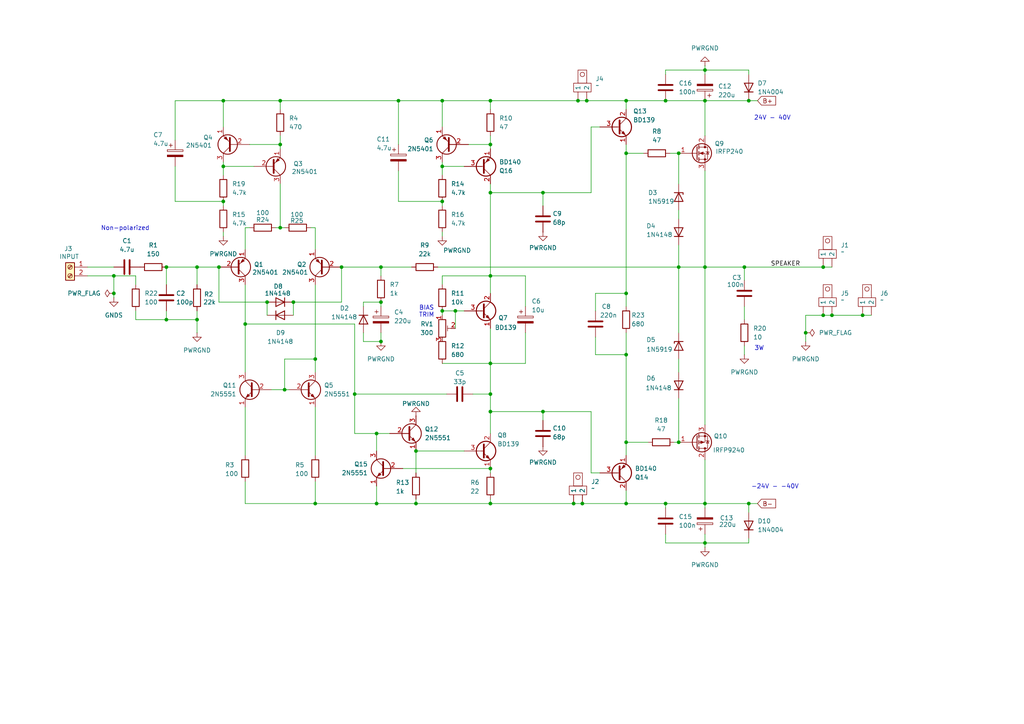
<source format=kicad_sch>
(kicad_sch (version 20231120) (generator "eeschema") (generator_version "8.0")
  (paper "A4")
  (lib_symbols
    (symbol "Connector:Screw_Terminal_01x02" (pin_names (offset 1.016) hide)
      (property "Reference" "J" (at 0 2.54 0))
      (property "Value" "Screw_Terminal_01x02" (at 0 -5.08 0))
      (symbol "Screw_Terminal_01x02_1_1"
        (pin passive line (at -5.08 0 0) (length 3.81) (name "Pin_1") (number "1"))
        (pin passive line (at -5.08 -2.54 0) (length 3.81) (name "Pin_2") (number "2"))
      )
    )
    (symbol "Custom:2N5401" (pin_names (offset 0) hide)
      (property "Reference" "Q" (at 5.08 1.905 0))
      (property "Value" "2N5401" (at 5.08 0 0))
      (symbol "2N5401_1_1"
        (pin passive line (at 2.54 -5.08 90) (length 2.54) (name "E") (number "1"))
        (pin input line (at -5.08 0 0) (length 5.715) (name "B") (number "2"))
        (pin passive line (at 2.54 5.08 270) (length 2.54) (name "C") (number "3"))
      )
    )
    (symbol "Custom:2N5551" (pin_names (offset 0) hide)
      (property "Reference" "Q" (at 5.08 1.905 0))
      (property "Value" "2N5551" (at 5.08 0 0))
      (symbol "2N5551_1_1"
        (pin passive line (at 2.54 -5.08 90) (length 2.54) (name "E") (number "1"))
        (pin passive line (at -5.08 0 0) (length 5.715) (name "B") (number "2"))
        (pin passive line (at 2.54 5.08 270) (length 2.54) (name "C") (number "3"))
      )
    )
    (symbol "Custom:IRFP240" (pin_names hide)
      (property "Reference" "Q" (at 5.08 1.905 0))
      (property "Value" "IRFP240" (at 5.08 0 0))
      (symbol "IRFP240_1_1"
        (pin input line (at -5.08 0 0) (length 2.54) (name "G") (number "1"))
        (pin passive line (at 2.54 5.08 270) (length 2.54) (name "D") (number "2"))
        (pin passive line (at 2.54 -5.08 90) (length 2.54) (name "S") (number "3"))
      )
    )
    (symbol "Custom:IRFP9240" (pin_names hide)
      (property "Reference" "Q" (at 5.08 1.905 0))
      (property "Value" "IRFP9240" (at 5.08 0 0))
      (symbol "IRFP9240_1_1"
        (pin input line (at -5.08 0 0) (length 2.54) (name "G") (number "1"))
        (pin passive line (at 2.54 5.08 270) (length 2.54) (name "D") (number "2"))
        (pin passive line (at 2.54 -5.08 90) (length 2.54) (name "S") (number "3"))
      )
    )
    (symbol "Custom:Spade_Connector" (pin_numbers hide)
      (property "Reference" "J" (at 0 2.54 0))
      (symbol "Spade_Connector_1_1"
        (pin passive line (at -5.08 -1.27 0) (length 2.54) (name "1") (number "1"))
        (pin passive line (at -5.08 -3.81 0) (length 2.54) (name "2") (number "2"))
      )
    )
    (symbol "Device:C" (pin_numbers hide) (pin_names (offset 0.254))
      (property "Reference" "C" (at 0.635 2.54 0))
      (property "Value" "C" (at 0.635 -2.54 0))
      (symbol "C_1_1"
        (pin passive line (at 0 3.81 270) (length 2.794) (name "~") (number "1"))
        (pin passive line (at 0 -3.81 90) (length 2.794) (name "~") (number "2"))
      )
    )
    (symbol "Device:C_Polarized" (pin_numbers hide) (pin_names (offset 0.254))
      (property "Reference" "C" (at 0.635 2.54 0))
      (property "Value" "C_Polarized" (at 0.635 -2.54 0))
      (symbol "C_Polarized_1_1"
        (pin passive line (at 0 3.81 270) (length 2.794) (name "~") (number "1"))
        (pin passive line (at 0 -3.81 90) (length 2.794) (name "~") (number "2"))
      )
    )
    (symbol "Device:D_Zener" (pin_numbers hide) (pin_names (offset 1.016) hide)
      (property "Reference" "D" (at 0 2.54 0))
      (property "Value" "D_Zener" (at 0 -2.54 0))
      (symbol "D_Zener_1_1"
        (pin passive line (at -3.81 0 0) (length 2.54) (name "K") (number "1"))
        (pin passive line (at 3.81 0 180) (length 2.54) (name "A") (number "2"))
      )
    )
    (symbol "Device:R" (pin_numbers hide) (pin_names (offset 0))
      (property "Reference" "R" (at 2.032 0 90))
      (property "Value" "R" (at 0 0 90))
      (symbol "R_1_1"
        (pin passive line (at 0 3.81 270) (length 1.27) (name "~") (number "1"))
        (pin passive line (at 0 -3.81 90) (length 1.27) (name "~") (number "2"))
      )
    )
    (symbol "Device:R_Potentiometer_Trim" (pin_names (offset 1.016) hide)
      (property "Reference" "RV" (at -4.445 0 90))
      (property "Value" "R_Potentiometer_Trim" (at -2.54 0 90))
      (symbol "R_Potentiometer_Trim_1_1"
        (pin passive line (at 0 3.81 270) (length 1.27) (name "1") (number "1"))
        (pin passive line (at 3.81 0 180) (length 1.27) (name "2") (number "2"))
        (pin passive line (at 0 -3.81 90) (length 1.27) (name "3") (number "3"))
      )
    )
    (symbol "Diode:1N4004" (pin_numbers hide) (pin_names hide)
      (property "Reference" "D" (at 0 2.54 0))
      (property "Value" "1N4004" (at 0 -2.54 0))
      (symbol "1N4004_1_1"
        (pin passive line (at -3.81 0 0) (length 2.54) (name "K") (number "1"))
        (pin passive line (at 3.81 0 180) (length 2.54) (name "A") (number "2"))
      )
    )
    (symbol "Diode:1N4148" (pin_numbers hide) (pin_names hide)
      (property "Reference" "D" (at 0 2.54 0))
      (property "Value" "1N4148" (at 0 -2.54 0))
      (symbol "1N4148_1_1"
        (pin passive line (at -3.81 0 0) (length 2.54) (name "K") (number "1"))
        (pin passive line (at 3.81 0 180) (length 2.54) (name "A") (number "2"))
      )
    )
    (symbol "Transistor_BJT:BD139" (pin_names (offset 0) hide)
      (property "Reference" "Q" (at 5.08 1.905 0))
      (property "Value" "BD139" (at 5.08 0 0))
      (symbol "BD139_1_1"
        (pin passive line (at 2.54 -5.08 90) (length 2.54) (name "E") (number "1"))
        (pin passive line (at 2.54 5.08 270) (length 2.54) (name "C") (number "2"))
        (pin input line (at -5.08 0 0) (length 5.08) (name "B") (number "3"))
      )
    )
    (symbol "Transistor_BJT:BD140" (pin_names (offset 0) hide)
      (property "Reference" "Q" (at 5.08 1.905 0))
      (property "Value" "BD140" (at 5.08 0 0))
      (symbol "BD140_1_1"
        (pin passive line (at 2.54 -5.08 90) (length 2.54) (name "E") (number "1"))
        (pin passive line (at 2.54 5.08 270) (length 2.54) (name "C") (number "2"))
        (pin input line (at -5.08 0 0) (length 5.08) (name "B") (number "3"))
      )
    )
    (symbol "power:GND" (power) (pin_numbers hide) (pin_names (offset 0) hide)
      (property "Value" "GND" (at 0 -3.81 0))
      (symbol "GND_1_1"
        (pin power_in line (at 0 0 270) (length 0) (name "~") (number "1"))
      )
    )
    (symbol "power:PWR_FLAG" (power) (pin_numbers hide) (pin_names (offset 0) hide)
      (property "Value" "PWR_FLAG" (at 0 3.81 0))
      (symbol "PWR_FLAG_0_0"
        (pin power_out line (at 0 0 90) (length 0) (name "~") (number "1"))
      )
    )
  )
  (junction (at 33.02 85.09))
  (junction (at 196.85 77.47))
  (junction (at 233.68 96.52))
  (junction (at 142.24 80.01))
  (junction (at 120.65 146.05))
  (junction (at 64.77 29.21))
  (junction (at 193.04 29.21))
  (junction (at 81.28 66.04))
  (junction (at 102.87 114.3))
  (junction (at 71.12 93.98))
  (junction (at 217.17 146.05))
  (junction (at 77.47 87.63))
  (junction (at 91.44 146.05))
  (junction (at 132.08 90.17))
  (junction (at 128.27 48.26))
  (junction (at 128.27 58.42))
  (junction (at 128.27 90.17))
  (junction (at 238.76 77.47))
  (junction (at 142.24 41.91))
  (junction (at 157.48 55.88))
  (junction (at 204.47 157.48))
  (junction (at 115.57 29.21))
  (junction (at 181.61 102.87))
  (junction (at 204.47 77.47))
  (junction (at 110.49 99.06))
  (junction (at 63.5 77.47))
  (junction (at 120.65 130.81))
  (junction (at 181.61 146.05))
  (junction (at 110.49 77.47))
  (junction (at 109.22 125.73))
  (junction (at 168.91 146.05))
  (junction (at 64.77 48.26))
  (junction (at 181.61 128.27))
  (junction (at 181.61 44.45))
  (junction (at 33.02 80.01))
  (junction (at 196.85 128.27))
  (junction (at 109.22 146.05))
  (junction (at 241.3 91.44))
  (junction (at 142.24 105.41))
  (junction (at 48.26 77.47))
  (junction (at 142.24 146.05))
  (junction (at 81.28 41.91))
  (junction (at 142.24 29.21))
  (junction (at 85.09 87.63))
  (junction (at 170.18 29.21))
  (junction (at 215.9 77.47))
  (junction (at 166.37 146.05))
  (junction (at 193.04 146.05))
  (junction (at 48.26 92.71))
  (junction (at 196.85 44.45))
  (junction (at 57.15 92.71))
  (junction (at 81.28 29.21))
  (junction (at 64.77 58.42))
  (junction (at 128.27 29.21))
  (junction (at 82.55 113.03))
  (junction (at 204.47 29.21))
  (junction (at 217.17 29.21))
  (junction (at 204.47 20.32))
  (junction (at 99.06 77.47))
  (junction (at 91.44 104.14))
  (junction (at 238.76 91.44))
  (junction (at 142.24 119.38))
  (junction (at 142.24 114.3))
  (junction (at 142.24 135.89))
  (junction (at 181.61 85.09))
  (junction (at 157.48 119.38))
  (junction (at 181.61 29.21))
  (junction (at 204.47 146.05))
  (junction (at 57.15 77.47))
  (junction (at 167.64 29.21))
  (junction (at 142.24 55.88))
  (junction (at 110.49 87.63))
  (junction (at 250.19 91.44))
  (wire (pts (xy 64.77 48.26) (xy 73.66 48.26)))
  (wire (pts (xy 57.15 77.47) (xy 63.5 77.47)))
  (wire (pts (xy 33.02 80.01) (xy 33.02 85.09)))
  (wire (pts (xy 238.76 77.47) (xy 241.3 77.47)))
  (wire (pts (xy 142.24 31.75) (xy 142.24 29.21)))
  (wire (pts (xy 193.04 157.48) (xy 204.47 157.48)))
  (wire (pts (xy 82.55 104.14) (xy 91.44 104.14)))
  (wire (pts (xy 172.72 90.17) (xy 172.72 85.09)))
  (wire (pts (xy 71.12 66.04) (xy 71.12 72.39)))
  (wire (pts (xy 142.24 95.25) (xy 142.24 105.41)))
  (wire (pts (xy 81.28 66.04) (xy 82.55 66.04)))
  (wire (pts (xy 142.24 41.91) (xy 142.24 43.18)))
  (wire (pts (xy 48.26 77.47) (xy 48.26 82.55)))
  (wire (pts (xy 157.48 119.38) (xy 171.45 119.38)))
  (wire (pts (xy 217.17 29.21) (xy 219.71 29.21)))
  (wire (pts (xy 128.27 48.26) (xy 134.62 48.26)))
  (wire (pts (xy 64.77 29.21) (xy 81.28 29.21)))
  (wire (pts (xy 181.61 41.91) (xy 181.61 44.45)))
  (wire (pts (xy 204.47 77.47) (xy 215.9 77.47)))
  (wire (pts (xy 142.24 114.3) (xy 142.24 119.38)))
  (wire (pts (xy 181.61 44.45) (xy 181.61 85.09)))
  (wire (pts (xy 91.44 66.04) (xy 91.44 72.39)))
  (wire (pts (xy 181.61 146.05) (xy 193.04 146.05)))
  (wire (pts (xy 204.47 19.05) (xy 204.47 20.32)))
  (wire (pts (xy 135.89 41.91) (xy 142.24 41.91)))
  (wire (pts (xy 166.37 146.05) (xy 168.91 146.05)))
  (wire (pts (xy 142.24 135.89) (xy 142.24 137.16)))
  (wire (pts (xy 204.47 77.47) (xy 204.47 123.19)))
  (wire (pts (xy 64.77 29.21) (xy 64.77 36.83)))
  (wire (pts (xy 204.47 133.35) (xy 204.47 146.05)))
  (wire (pts (xy 215.9 100.33) (xy 215.9 102.87)))
  (wire (pts (xy 57.15 92.71) (xy 57.15 90.17)))
  (wire (pts (xy 99.06 77.47) (xy 99.06 87.63)))
  (wire (pts (xy 142.24 29.21) (xy 167.64 29.21)))
  (wire (pts (xy 85.09 87.63) (xy 99.06 87.63)))
  (wire (pts (xy 128.27 58.42) (xy 128.27 59.69)))
  (wire (pts (xy 181.61 128.27) (xy 181.61 132.08)))
  (wire (pts (xy 181.61 44.45) (xy 186.69 44.45)))
  (wire (pts (xy 120.65 146.05) (xy 142.24 146.05)))
  (wire (pts (xy 204.47 20.32) (xy 204.47 21.59)))
  (wire (pts (xy 238.76 91.44) (xy 241.3 91.44)))
  (wire (pts (xy 128.27 50.8) (xy 128.27 48.26)))
  (wire (pts (xy 137.16 114.3) (xy 142.24 114.3)))
  (wire (pts (xy 170.18 29.21) (xy 181.61 29.21)))
  (wire (pts (xy 81.28 53.34) (xy 81.28 66.04)))
  (wire (pts (xy 57.15 92.71) (xy 57.15 96.52)))
  (wire (pts (xy 105.41 99.06) (xy 110.49 99.06)))
  (wire (pts (xy 80.01 66.04) (xy 81.28 66.04)))
  (wire (pts (xy 204.47 158.75) (xy 204.47 157.48)))
  (wire (pts (xy 115.57 29.21) (xy 115.57 41.91)))
  (wire (pts (xy 115.57 49.53) (xy 115.57 58.42)))
  (wire (pts (xy 128.27 90.17) (xy 128.27 91.44)))
  (wire (pts (xy 110.49 87.63) (xy 110.49 88.9)))
  (wire (pts (xy 64.77 58.42) (xy 64.77 59.69)))
  (wire (pts (xy 196.85 77.47) (xy 204.47 77.47)))
  (wire (pts (xy 204.47 20.32) (xy 217.17 20.32)))
  (wire (pts (xy 90.17 66.04) (xy 91.44 66.04)))
  (wire (pts (xy 115.57 29.21) (xy 81.28 29.21)))
  (wire (pts (xy 196.85 77.47) (xy 196.85 96.52)))
  (wire (pts (xy 48.26 77.47) (xy 57.15 77.47)))
  (wire (pts (xy 109.22 125.73) (xy 102.87 125.73)))
  (wire (pts (xy 128.27 80.01) (xy 142.24 80.01)))
  (wire (pts (xy 173.99 36.83) (xy 171.45 36.83)))
  (wire (pts (xy 204.47 29.21) (xy 217.17 29.21)))
  (wire (pts (xy 120.65 130.81) (xy 120.65 137.16)))
  (wire (pts (xy 63.5 87.63) (xy 77.47 87.63)))
  (wire (pts (xy 241.3 91.44) (xy 250.19 91.44)))
  (wire (pts (xy 81.28 41.91) (xy 81.28 43.18)))
  (wire (pts (xy 215.9 88.9) (xy 215.9 92.71)))
  (wire (pts (xy 128.27 29.21) (xy 128.27 36.83)))
  (wire (pts (xy 168.91 146.05) (xy 181.61 146.05)))
  (wire (pts (xy 71.12 146.05) (xy 91.44 146.05)))
  (wire (pts (xy 204.47 157.48) (xy 217.17 157.48)))
  (wire (pts (xy 157.48 55.88) (xy 157.48 59.69)))
  (wire (pts (xy 72.39 41.91) (xy 81.28 41.91)))
  (wire (pts (xy 57.15 77.47) (xy 57.15 82.55)))
  (wire (pts (xy 204.47 49.53) (xy 204.47 77.47)))
  (wire (pts (xy 142.24 39.37) (xy 142.24 41.91)))
  (wire (pts (xy 196.85 115.57) (xy 196.85 128.27)))
  (wire (pts (xy 109.22 140.97) (xy 109.22 146.05)))
  (wire (pts (xy 233.68 96.52) (xy 233.68 99.06)))
  (wire (pts (xy 171.45 36.83) (xy 171.45 55.88)))
  (wire (pts (xy 78.74 113.03) (xy 82.55 113.03)))
  (wire (pts (xy 181.61 85.09) (xy 172.72 85.09)))
  (wire (pts (xy 233.68 91.44) (xy 233.68 96.52)))
  (wire (pts (xy 39.37 82.55) (xy 39.37 80.01)))
  (wire (pts (xy 195.58 128.27) (xy 196.85 128.27)))
  (wire (pts (xy 102.87 93.98) (xy 102.87 114.3)))
  (wire (pts (xy 82.55 113.03) (xy 82.55 104.14)))
  (wire (pts (xy 204.47 147.32) (xy 204.47 146.05)))
  (wire (pts (xy 181.61 102.87) (xy 172.72 102.87)))
  (wire (pts (xy 152.4 96.52) (xy 152.4 105.41)))
  (wire (pts (xy 196.85 44.45) (xy 196.85 53.34)))
  (wire (pts (xy 193.04 20.32) (xy 193.04 21.59)))
  (wire (pts (xy 102.87 114.3) (xy 129.54 114.3)))
  (wire (pts (xy 171.45 55.88) (xy 157.48 55.88)))
  (wire (pts (xy 196.85 71.12) (xy 196.85 77.47)))
  (wire (pts (xy 77.47 87.63) (xy 77.47 91.44)))
  (wire (pts (xy 91.44 139.7) (xy 91.44 146.05)))
  (wire (pts (xy 128.27 105.41) (xy 142.24 105.41)))
  (wire (pts (xy 128.27 82.55) (xy 128.27 80.01)))
  (wire (pts (xy 142.24 105.41) (xy 142.24 114.3)))
  (wire (pts (xy 181.61 29.21) (xy 193.04 29.21)))
  (wire (pts (xy 128.27 29.21) (xy 115.57 29.21)))
  (wire (pts (xy 110.49 77.47) (xy 110.49 80.01)))
  (wire (pts (xy 194.31 44.45) (xy 196.85 44.45)))
  (wire (pts (xy 142.24 105.41) (xy 152.4 105.41)))
  (wire (pts (xy 120.65 130.81) (xy 134.62 130.81)))
  (wire (pts (xy 193.04 146.05) (xy 204.47 146.05)))
  (wire (pts (xy 204.47 29.21) (xy 204.47 39.37)))
  (wire (pts (xy 50.8 29.21) (xy 64.77 29.21)))
  (wire (pts (xy 64.77 67.31) (xy 64.77 68.58)))
  (wire (pts (xy 64.77 58.42) (xy 50.8 58.42)))
  (wire (pts (xy 99.06 77.47) (xy 110.49 77.47)))
  (wire (pts (xy 127 77.47) (xy 196.85 77.47)))
  (wire (pts (xy 142.24 80.01) (xy 142.24 85.09)))
  (wire (pts (xy 71.12 118.11) (xy 71.12 132.08)))
  (wire (pts (xy 105.41 87.63) (xy 105.41 88.9)))
  (wire (pts (xy 157.48 119.38) (xy 157.48 121.92)))
  (wire (pts (xy 193.04 147.32) (xy 193.04 146.05)))
  (wire (pts (xy 193.04 29.21) (xy 204.47 29.21)))
  (wire (pts (xy 171.45 137.16) (xy 173.99 137.16)))
  (wire (pts (xy 81.28 39.37) (xy 81.28 41.91)))
  (wire (pts (xy 142.24 55.88) (xy 142.24 80.01)))
  (wire (pts (xy 91.44 146.05) (xy 109.22 146.05)))
  (wire (pts (xy 142.24 29.21) (xy 128.27 29.21)))
  (wire (pts (xy 132.08 90.17) (xy 132.08 95.25)))
  (wire (pts (xy 25.4 77.47) (xy 33.02 77.47)))
  (wire (pts (xy 102.87 114.3) (xy 102.87 125.73)))
  (wire (pts (xy 48.26 92.71) (xy 57.15 92.71)))
  (wire (pts (xy 110.49 77.47) (xy 119.38 77.47)))
  (wire (pts (xy 181.61 128.27) (xy 187.96 128.27)))
  (wire (pts (xy 50.8 40.64) (xy 50.8 29.21)))
  (wire (pts (xy 193.04 157.48) (xy 193.04 154.94)))
  (wire (pts (xy 152.4 88.9) (xy 152.4 80.01)))
  (wire (pts (xy 113.03 125.73) (xy 109.22 125.73)))
  (wire (pts (xy 64.77 46.99) (xy 64.77 48.26)))
  (wire (pts (xy 181.61 102.87) (xy 181.61 128.27)))
  (wire (pts (xy 142.24 119.38) (xy 142.24 125.73)))
  (wire (pts (xy 110.49 96.52) (xy 110.49 99.06)))
  (wire (pts (xy 33.02 80.01) (xy 39.37 80.01)))
  (wire (pts (xy 196.85 60.96) (xy 196.85 63.5)))
  (wire (pts (xy 71.12 82.55) (xy 71.12 93.98)))
  (wire (pts (xy 91.44 104.14) (xy 91.44 107.95)))
  (wire (pts (xy 128.27 46.99) (xy 128.27 48.26)))
  (wire (pts (xy 142.24 146.05) (xy 166.37 146.05)))
  (wire (pts (xy 142.24 119.38) (xy 157.48 119.38)))
  (wire (pts (xy 39.37 92.71) (xy 48.26 92.71)))
  (wire (pts (xy 105.41 87.63) (xy 110.49 87.63)))
  (wire (pts (xy 181.61 142.24) (xy 181.61 146.05)))
  (wire (pts (xy 196.85 104.14) (xy 196.85 107.95)))
  (wire (pts (xy 128.27 90.17) (xy 132.08 90.17)))
  (wire (pts (xy 25.4 80.01) (xy 33.02 80.01)))
  (wire (pts (xy 128.27 99.06) (xy 128.27 97.79)))
  (wire (pts (xy 171.45 119.38) (xy 171.45 137.16)))
  (wire (pts (xy 109.22 146.05) (xy 120.65 146.05)))
  (wire (pts (xy 102.87 93.98) (xy 71.12 93.98)))
  (wire (pts (xy 64.77 48.26) (xy 64.77 50.8)))
  (wire (pts (xy 63.5 77.47) (xy 63.5 87.63)))
  (wire (pts (xy 128.27 67.31) (xy 128.27 68.58)))
  (wire (pts (xy 204.47 146.05) (xy 217.17 146.05)))
  (wire (pts (xy 91.44 82.55) (xy 91.44 104.14)))
  (wire (pts (xy 181.61 96.52) (xy 181.61 102.87)))
  (wire (pts (xy 233.68 91.44) (xy 238.76 91.44)))
  (wire (pts (xy 105.41 96.52) (xy 105.41 99.06)))
  (wire (pts (xy 217.17 146.05) (xy 217.17 148.59)))
  (wire (pts (xy 48.26 90.17) (xy 48.26 92.71)))
  (wire (pts (xy 172.72 97.79) (xy 172.72 102.87)))
  (wire (pts (xy 71.12 139.7) (xy 71.12 146.05)))
  (wire (pts (xy 33.02 85.09) (xy 33.02 86.36)))
  (wire (pts (xy 215.9 77.47) (xy 238.76 77.47)))
  (wire (pts (xy 157.48 55.88) (xy 142.24 55.88)))
  (wire (pts (xy 81.28 29.21) (xy 81.28 31.75)))
  (wire (pts (xy 142.24 80.01) (xy 152.4 80.01)))
  (wire (pts (xy 39.37 90.17) (xy 39.37 92.71)))
  (wire (pts (xy 132.08 90.17) (xy 134.62 90.17)))
  (wire (pts (xy 120.65 144.78) (xy 120.65 146.05)))
  (wire (pts (xy 217.17 156.21) (xy 217.17 157.48)))
  (wire (pts (xy 109.22 125.73) (xy 109.22 130.81)))
  (wire (pts (xy 204.47 157.48) (xy 204.47 154.94)))
  (wire (pts (xy 217.17 146.05) (xy 219.71 146.05)))
  (wire (pts (xy 250.19 91.44) (xy 252.73 91.44)))
  (wire (pts (xy 142.24 53.34) (xy 142.24 55.88)))
  (wire (pts (xy 71.12 66.04) (xy 72.39 66.04)))
  (wire (pts (xy 91.44 118.11) (xy 91.44 132.08)))
  (wire (pts (xy 71.12 93.98) (xy 71.12 107.95)))
  (wire (pts (xy 116.84 135.89) (xy 142.24 135.89)))
  (wire (pts (xy 82.55 113.03) (xy 83.82 113.03)))
  (wire (pts (xy 217.17 21.59) (xy 217.17 20.32)))
  (wire (pts (xy 115.57 58.42) (xy 128.27 58.42)))
  (wire (pts (xy 215.9 77.47) (xy 215.9 81.28)))
  (wire (pts (xy 85.09 87.63) (xy 85.09 91.44)))
  (wire (pts (xy 181.61 85.09) (xy 181.61 88.9)))
  (wire (pts (xy 167.64 29.21) (xy 170.18 29.21)))
  (wire (pts (xy 181.61 29.21) (xy 181.61 31.75)))
  (wire (pts (xy 142.24 144.78) (xy 142.24 146.05)))
  (wire (pts (xy 50.8 48.26) (xy 50.8 58.42)))
  (wire (pts (xy 193.04 20.32) (xy 204.47 20.32)))
  (text "3W" (at 220.218 101.092 0) (effects (font (size 1.27 1.27))))
  (text "BIAS \nTRIM \n" (at 124.206 90.424 0) (effects (font (size 1.27 1.27))))
  (text "-24V - -40V" (at 224.79 141.224 0) (effects (font (size 1.27 1.27))))
  (text "24V - 40V" (at 224.028 34.29 0) (effects (font (size 1.27 1.27))))
  (text "Non-polarized" (at 36.322 66.294 0) (effects (font (size 1.27 1.27))))
  (label "SPEAKER" (at 223.52 77.47 0))
  (global_label "B-" (shape input) (at 219.71 146.05 0) (property "Intersheetrefs" "${INTERSHEET_REFS}" (effects (hide yes))))
  (global_label "B+" (shape input) (at 219.71 29.21 0) (property "Intersheetrefs" "${INTERSHEET_REFS}" (effects (hide yes))))
  (symbol (lib_id "Custom:2N5401") (at 67.31 41.91 180) (unit 1)
    (property "Reference" "Q4" (at 61.722 39.878 0) (effects (justify left)))
    (property "Value" "2N5401" (at 61.468 42.164 0) (effects (justify left)))
    (property "Footprint" "Package_TO_SOT_THT:TO-92_Wide" (effects (hide yes)))
    (property "Datasheet" "https://www.onsemi.com/pub/Collateral/2N3906-D.PDF" (effects (hide yes)))
    (property "Description" "-0.2A Ic, -40V Vce, Small Signal PNP Transistor, TO-92" (effects (hide yes)))
  )
  (symbol (lib_id "power:PWR_FLAG") (at 233.68 96.52 270) (unit 1)
    (property "Reference" "#FLG03" (effects (hide yes)))
    (property "Value" "PWR_FLAG" (at 237.49 96.5199 90) (effects (justify left)))
    (property "Description" "Special symbol for telling ERC where power comes from" (effects (hide yes)))
  )
  (symbol (lib_id "Custom:2N5551") (at 111.76 135.89 0) (mirror y) (unit 1)
    (property "Reference" "Q15" (at 106.68 134.6199 0) (effects (justify left)))
    (property "Value" "2N5551" (at 106.68 137.1599 0) (effects (justify left)))
    (property "Footprint" "Package_TO_SOT_THT:TO-92_Wide" (effects (hide yes)))
    (property "Datasheet" "https://www.onsemi.com/pub/Collateral/2N3903-D.PDF" (effects (hide yes)))
    (property "Description" "0.2A Ic, 40V Vce, Small Signal NPN Transistor, TO-92" (effects (hide yes)))
  )
  (symbol (lib_id "Device:C_Polarized") (at 204.47 151.13 0) (mirror x) (unit 1)
    (property "Reference" "C13" (at 208.788 150.2409 0) (effects (justify left)))
    (property "Value" "220u" (at 208.534 152.146 0) (effects (justify left)))
    (property "Footprint" "Capacitor_THT:CP_Radial_D8.0mm_P5.00mm" (effects (hide yes)))
    (property "Description" "Polarized capacitor" (effects (hide yes)))
  )
  (symbol (lib_id "power:GND") (at 120.65 120.65 0) (mirror x) (unit 1)
    (property "Reference" "#PWR02" (effects (hide yes)))
    (property "Value" "PWRGND" (at 120.65 117.094 0))
    (property "Description" "Power symbol creates a global label with name \"GND\" , ground" (effects (hide yes)))
  )
  (symbol (lib_id "Device:R") (at 128.27 54.61 0) (unit 1)
    (property "Reference" "R14" (at 130.81 53.3399 0) (effects (justify left)))
    (property "Value" "4.7k" (at 130.81 55.8799 0) (effects (justify left)))
    (property "Footprint" "Resistor_THT:R_Axial_DIN0204_L3.6mm_D1.6mm_P7.62mm_Horizontal" (effects (hide yes)))
    (property "Description" "Resistor" (effects (hide yes)))
  )
  (symbol (lib_id "Device:D_Zener") (at 196.85 100.33 90) (mirror x) (unit 1)
    (property "Reference" "D5" (at 187.452 98.552 90) (effects (justify right)))
    (property "Value" "1N5919" (at 187.452 101.346 90) (effects (justify right)))
    (property "Footprint" "Diode_THT:D_DO-41_SOD81_P10.16mm_Horizontal" (effects (hide yes)))
    (property "Description" "Zener diode" (effects (hide yes)))
  )
  (symbol (lib_id "Custom:Spade_Connector") (at 248.92 86.36 90) (unit 1)
    (property "Reference" "J6" (at 255.27 85.0899 90) (effects (justify right)))
    (property "Value" "~" (at 255.27 86.995 90) (effects (justify right)))
    (property "Footprint" "footprints:Spade Connector" (effects (hide yes)))
  )
  (symbol (lib_id "Transistor_BJT:BD139") (at 179.07 36.83 0) (unit 1)
    (property "Reference" "Q13" (at 183.642 32.258 0) (effects (justify left)))
    (property "Value" "BD139" (at 183.642 34.798 0) (effects (justify left)))
    (property "Footprint" "Package_TO_SOT_THT:TO-126-3_Vertical" (effects (hide yes)))
    (property "Datasheet" "http://www.st.com/internet/com/TECHNICAL_RESOURCES/TECHNICAL_LITERATURE/DATASHEET/CD00001225.pdf" (effects (hide yes)))
    (property "Description" "1.5A Ic, 80V Vce, Low Voltage Transistor, TO-126" (effects (hide yes)))
  )
  (symbol (lib_id "Diode:1N4004") (at 217.17 152.4 90) (unit 1)
    (property "Reference" "D10" (at 219.71 151.1299 90) (effects (justify right)))
    (property "Value" "1N4004" (at 219.71 153.6699 90) (effects (justify right)))
    (property "Footprint" "Diode_THT:D_DO-41_SOD81_P10.16mm_Horizontal" (effects (hide yes)))
    (property "Datasheet" "http://www.vishay.com/docs/88503/1n4001.pdf" (effects (hide yes)))
    (property "Description" "400V 1A General Purpose Rectifier Diode, DO-41" (effects (hide yes)))
    (property "Sim.Device" "D" (effects (hide yes)))
    (property "Sim.Pins" "1=K 2=A" (effects (hide yes)))
  )
  (symbol (lib_id "Device:R") (at 39.37 86.36 0) (unit 1)
    (property "Reference" "R22" (at 41.91 85.0899 0) (effects (justify left)))
    (property "Value" "100" (at 41.91 87.6299 0) (effects (justify left)))
    (property "Footprint" "Resistor_THT:R_Axial_DIN0204_L3.6mm_D1.6mm_P7.62mm_Horizontal" (effects (hide yes)))
    (property "Description" "Resistor" (effects (hide yes)))
  )
  (symbol (lib_id "Device:R") (at 91.44 135.89 0) (unit 1)
    (property "Reference" "R5" (at 85.598 134.874 0) (effects (justify left)))
    (property "Value" "100" (at 85.598 137.414 0) (effects (justify left)))
    (property "Footprint" "Resistor_THT:R_Axial_DIN0204_L3.6mm_D1.6mm_P7.62mm_Horizontal" (effects (hide yes)))
    (property "Description" "Resistor" (effects (hide yes)))
  )
  (symbol (lib_id "Diode:1N4148") (at 81.28 87.63 180) (unit 1)
    (property "Reference" "D8" (at 82.042 83.058 0) (effects (justify left)))
    (property "Value" "1N4148" (at 84.328 85.09 0) (effects (justify left)))
    (property "Footprint" "Diode_THT:D_DO-35_SOD27_P7.62mm_Horizontal" (effects (hide yes)))
    (property "Datasheet" "https://assets.nexperia.com/documents/data-sheet/1N4148_1N4448.pdf" (effects (hide yes)))
    (property "Description" "100V 0.15A standard switching diode, DO-35" (effects (hide yes)))
    (property "Sim.Device" "D" (effects (hide yes)))
    (property "Sim.Pins" "1=K 2=A" (effects (hide yes)))
  )
  (symbol (lib_id "Device:R") (at 128.27 63.5 0) (unit 1)
    (property "Reference" "R16" (at 130.81 62.2299 0) (effects (justify left)))
    (property "Value" "4.7k" (at 130.81 64.7699 0) (effects (justify left)))
    (property "Footprint" "Resistor_THT:R_Axial_DIN0204_L3.6mm_D1.6mm_P7.62mm_Horizontal" (effects (hide yes)))
    (property "Description" "Resistor" (effects (hide yes)))
  )
  (symbol (lib_id "Transistor_BJT:BD140") (at 179.07 137.16 0) (mirror x) (unit 1)
    (property "Reference" "Q14" (at 184.15 138.4301 0) (effects (justify left)))
    (property "Value" "BD140" (at 184.15 135.8901 0) (effects (justify left)))
    (property "Footprint" "Package_TO_SOT_THT:TO-126-3_Vertical" (effects (hide yes)))
    (property "Datasheet" "http://www.st.com/internet/com/TECHNICAL_RESOURCES/TECHNICAL_LITERATURE/DATASHEET/CD00001225.pdf" (effects (hide yes)))
    (property "Description" "1.5A Ic, 80V Vce, Low Voltage Transistor, TO-126" (effects (hide yes)))
  )
  (symbol (lib_id "Device:C") (at 36.83 77.47 90) (unit 1)
    (property "Reference" "C1" (at 36.83 69.85 90))
    (property "Value" "4.7u" (at 36.83 72.39 90))
    (property "Footprint" "Capacitor_THT:CP_Radial_D4.0mm_P2.00mm" (effects (hide yes)))
    (property "Description" "Unpolarized capacitor" (effects (hide yes)))
  )
  (symbol (lib_id "Custom:2N5401") (at 93.98 77.47 180) (unit 1)
    (property "Reference" "Q2" (at 88.9 76.708 0) (effects (justify left)))
    (property "Value" "2N5401" (at 89.408 78.994 0) (effects (justify left)))
    (property "Footprint" "Package_TO_SOT_THT:TO-92_Wide" (effects (hide yes)))
    (property "Datasheet" "https://www.onsemi.com/pub/Collateral/2N3906-D.PDF" (effects (hide yes)))
    (property "Description" "-0.2A Ic, -40V Vce, Small Signal PNP Transistor, TO-92" (effects (hide yes)))
  )
  (symbol (lib_id "Device:R_Potentiometer_Trim") (at 128.27 95.25 0) (unit 1)
    (property "Reference" "RV1" (at 125.73 93.9799 0) (effects (justify right)))
    (property "Value" "300" (at 125.73 96.5199 0) (effects (justify right)))
    (property "Footprint" "footprints:TRIM_T93YA103KT20" (effects (hide yes)))
    (property "Description" "Trim-potentiometer" (effects (hide yes)))
  )
  (symbol (lib_id "Device:R") (at 120.65 140.97 0) (unit 1)
    (property "Reference" "R13" (at 114.808 139.954 0) (effects (justify left)))
    (property "Value" "1k" (at 114.808 142.494 0) (effects (justify left)))
    (property "Footprint" "Resistor_THT:R_Axial_DIN0204_L3.6mm_D1.6mm_P7.62mm_Horizontal" (effects (hide yes)))
    (property "Description" "Resistor" (effects (hide yes)))
  )
  (symbol (lib_id "Device:R") (at 181.61 92.71 0) (unit 1)
    (property "Reference" "R23" (at 183.134 91.44 0) (effects (justify left)))
    (property "Value" "680" (at 183.134 93.98 0) (effects (justify left)))
    (property "Footprint" "Resistor_THT:R_Axial_DIN0204_L3.6mm_D1.6mm_P7.62mm_Horizontal" (effects (hide yes)))
    (property "Description" "Resistor" (effects (hide yes)))
  )
  (symbol (lib_id "Device:R") (at 190.5 44.45 90) (unit 1)
    (property "Reference" "R8" (at 190.5 38.1 90))
    (property "Value" "47" (at 190.5 40.64 90))
    (property "Footprint" "Resistor_THT:R_Axial_DIN0204_L3.6mm_D1.6mm_P7.62mm_Horizontal" (effects (hide yes)))
    (property "Description" "Resistor" (effects (hide yes)))
  )
  (symbol (lib_id "Custom:Spade_Connector") (at 165.1 140.97 90) (unit 1)
    (property "Reference" "J2" (at 171.45 139.6999 90) (effects (justify right)))
    (property "Value" "~" (at 171.45 141.605 90) (effects (justify right)))
    (property "Footprint" "footprints:Spade Connector" (effects (hide yes)))
  )
  (symbol (lib_id "Transistor_BJT:BD139") (at 139.7 130.81 0) (unit 1)
    (property "Reference" "Q8" (at 144.272 126.238 0) (effects (justify left)))
    (property "Value" "BD139" (at 144.272 128.778 0) (effects (justify left)))
    (property "Footprint" "Package_TO_SOT_THT:TO-126-3_Vertical" (effects (hide yes)))
    (property "Datasheet" "http://www.st.com/internet/com/TECHNICAL_RESOURCES/TECHNICAL_LITERATURE/DATASHEET/CD00001225.pdf" (effects (hide yes)))
    (property "Description" "1.5A Ic, 80V Vce, Low Voltage Transistor, TO-126" (effects (hide yes)))
  )
  (symbol (lib_id "power:GND") (at 233.68 99.06 0) (unit 1)
    (property "Reference" "#PWR07" (effects (hide yes)))
    (property "Value" "PWRGND" (at 233.68 104.14 0))
    (property "Description" "Power symbol creates a global label with name \"GND\" , ground" (effects (hide yes)))
  )
  (symbol (lib_id "Device:C_Polarized") (at 50.8 44.45 0) (unit 1)
    (property "Reference" "C7" (at 44.45 39.116 0) (effects (justify left)))
    (property "Value" "4.7u" (at 44.45 41.656 0) (effects (justify left)))
    (property "Footprint" "Capacitor_THT:CP_Radial_D4.0mm_P2.00mm" (effects (hide yes)))
    (property "Description" "Polarized capacitor" (effects (hide yes)))
  )
  (symbol (lib_id "Device:C_Polarized") (at 110.49 92.71 0) (unit 1)
    (property "Reference" "C4" (at 114.3 90.5509 0) (effects (justify left)))
    (property "Value" "220u" (at 114.3 93.0909 0) (effects (justify left)))
    (property "Footprint" "Capacitor_THT:CP_Radial_D8.0mm_P5.00mm" (effects (hide yes)))
    (property "Description" "Polarized capacitor" (effects (hide yes)))
  )
  (symbol (lib_id "Custom:2N5551") (at 118.11 125.73 0) (unit 1)
    (property "Reference" "Q12" (at 123.19 124.4599 0) (effects (justify left)))
    (property "Value" "2N5551" (at 123.19 126.9999 0) (effects (justify left)))
    (property "Footprint" "Package_TO_SOT_THT:TO-92_Wide" (effects (hide yes)))
    (property "Datasheet" "https://www.onsemi.com/pub/Collateral/2N3903-D.PDF" (effects (hide yes)))
    (property "Description" "0.2A Ic, 40V Vce, Small Signal NPN Transistor, TO-92" (effects (hide yes)))
  )
  (symbol (lib_id "Device:C") (at 48.26 86.36 0) (unit 1)
    (property "Reference" "C2" (at 51.054 85.09 0) (effects (justify left)))
    (property "Value" "100p" (at 51.054 87.63 0) (effects (justify left)))
    (property "Footprint" "Capacitor_THT:C_Rect_L7.2mm_W3.0mm_P5.00mm_FKS2_FKP2_MKS2_MKP2" (effects (hide yes)))
    (property "Description" "Unpolarized capacitor" (effects (hide yes)))
  )
  (symbol (lib_id "Device:R") (at 142.24 140.97 0) (unit 1)
    (property "Reference" "R6" (at 136.398 139.954 0) (effects (justify left)))
    (property "Value" "22" (at 136.398 142.494 0) (effects (justify left)))
    (property "Footprint" "Resistor_THT:R_Axial_DIN0204_L3.6mm_D1.6mm_P7.62mm_Horizontal" (effects (hide yes)))
    (property "Description" "Resistor" (effects (hide yes)))
  )
  (symbol (lib_id "Custom:Spade_Connector") (at 166.37 24.13 90) (unit 1)
    (property "Reference" "J4" (at 172.72 22.8599 90) (effects (justify right)))
    (property "Value" "~" (at 172.72 24.765 90) (effects (justify right)))
    (property "Footprint" "footprints:Spade Connector" (effects (hide yes)))
  )
  (symbol (lib_id "power:GND") (at 157.48 129.54 0) (unit 1)
    (property "Reference" "#PWR013" (effects (hide yes)))
    (property "Value" "PWRGND" (at 157.48 134.112 0))
    (property "Description" "Power symbol creates a global label with name \"GND\" , ground" (effects (hide yes)))
  )
  (symbol (lib_id "Device:C") (at 157.48 125.73 0) (unit 1)
    (property "Reference" "C10" (at 160.274 124.206 0) (effects (justify left)))
    (property "Value" "68p" (at 160.274 126.746 0) (effects (justify left)))
    (property "Footprint" "Capacitor_THT:C_Rect_L7.2mm_W3.0mm_P5.00mm_FKS2_FKP2_MKS2_MKP2" (effects (hide yes)))
    (property "Description" "Unpolarized capacitor" (effects (hide yes)))
  )
  (symbol (lib_id "Device:C") (at 193.04 151.13 0) (unit 1)
    (property "Reference" "C15" (at 196.85 149.8599 0) (effects (justify left)))
    (property "Value" "100n" (at 196.85 152.3999 0) (effects (justify left)))
    (property "Footprint" "Capacitor_THT:C_Rect_L7.2mm_W3.0mm_P5.00mm_FKS2_FKP2_MKS2_MKP2" (effects (hide yes)))
    (property "Description" "Unpolarized capacitor" (effects (hide yes)))
  )
  (symbol (lib_id "Diode:1N4148") (at 196.85 67.31 90) (unit 1)
    (property "Reference" "D4" (at 187.452 65.5319 90) (effects (justify right)))
    (property "Value" "1N4148" (at 187.452 68.0719 90) (effects (justify right)))
    (property "Footprint" "Diode_THT:D_DO-35_SOD27_P7.62mm_Horizontal" (effects (hide yes)))
    (property "Datasheet" "https://assets.nexperia.com/documents/data-sheet/1N4148_1N4448.pdf" (effects (hide yes)))
    (property "Description" "100V 0.15A standard switching diode, DO-35" (effects (hide yes)))
    (property "Sim.Device" "D" (effects (hide yes)))
    (property "Sim.Pins" "1=K 2=A" (effects (hide yes)))
  )
  (symbol (lib_id "Device:R") (at 123.19 77.47 90) (unit 1)
    (property "Reference" "R9" (at 123.19 71.12 90))
    (property "Value" "22k" (at 123.19 73.66 90))
    (property "Footprint" "Resistor_THT:R_Axial_DIN0204_L3.6mm_D1.6mm_P7.62mm_Horizontal" (effects (hide yes)))
    (property "Description" "Resistor" (effects (hide yes)))
  )
  (symbol (lib_id "Device:R") (at 128.27 86.36 0) (unit 1)
    (property "Reference" "R11" (at 130.81 85.0899 0) (effects (justify left)))
    (property "Value" "10k" (at 130.81 87.6299 0) (effects (justify left)))
    (property "Footprint" "Resistor_THT:R_Axial_DIN0207_L6.3mm_D2.5mm_P2.54mm_Vertical" (effects (hide yes)))
    (property "Description" "Resistor" (effects (hide yes)))
  )
  (symbol (lib_id "Custom:IRFP9240") (at 201.93 128.27 0) (mirror x) (unit 1)
    (property "Reference" "Q10" (at 207.01 126.492 0) (effects (justify left)))
    (property "Value" "IRFP9240" (at 206.756 130.556 0) (effects (justify left)))
    (property "Footprint" "Package_TO_SOT_THT:TO-247-3_Vertical" (effects (hide yes)))
    (property "Datasheet" "http://www.irf.com/product-info/datasheets/data/irf9540n.pdf" (effects (hide yes)))
    (property "Description" "-23A Id, -100V Vds, 117mOhm Rds, P-Channel HEXFET Power MOSFET, TO-220" (effects (hide yes)))
  )
  (symbol (lib_id "Custom:2N5551") (at 73.66 113.03 0) (mirror y) (unit 1)
    (property "Reference" "Q11" (at 68.58 111.7599 0) (effects (justify left)))
    (property "Value" "2N5551" (at 68.58 114.2999 0) (effects (justify left)))
    (property "Footprint" "Package_TO_SOT_THT:TO-92_Wide" (effects (hide yes)))
    (property "Datasheet" "https://www.onsemi.com/pub/Collateral/2N3903-D.PDF" (effects (hide yes)))
    (property "Description" "0.2A Ic, 40V Vce, Small Signal NPN Transistor, TO-92" (effects (hide yes)))
  )
  (symbol (lib_id "Connector:Screw_Terminal_01x02") (at 20.32 77.47 0) (mirror y) (unit 1)
    (property "Reference" "J3" (at 19.812 72.136 0))
    (property "Value" "INPUT" (at 20.066 74.422 0))
    (property "Footprint" "TerminalBlock_4Ucon:TerminalBlock_4Ucon_1x02_P3.50mm_Horizontal" (effects (hide yes)))
  )
  (symbol (lib_id "Device:C_Polarized") (at 152.4 92.71 0) (unit 1)
    (property "Reference" "C6" (at 154.178 87.376 0) (effects (justify left)))
    (property "Value" "10u" (at 154.178 89.916 0) (effects (justify left)))
    (property "Footprint" "Capacitor_THT:CP_Radial_D4.0mm_P2.00mm" (effects (hide yes)))
    (property "Description" "Polarized capacitor" (effects (hide yes)))
  )
  (symbol (lib_id "Device:R") (at 71.12 135.89 0) (unit 1)
    (property "Reference" "R3" (at 65.278 134.874 0) (effects (justify left)))
    (property "Value" "100" (at 65.278 137.414 0) (effects (justify left)))
    (property "Footprint" "Resistor_THT:R_Axial_DIN0204_L3.6mm_D1.6mm_P7.62mm_Horizontal" (effects (hide yes)))
    (property "Description" "Resistor" (effects (hide yes)))
  )
  (symbol (lib_id "Custom:IRFP240") (at 201.93 44.45 0) (unit 1)
    (property "Reference" "Q9" (at 207.264 41.656 0) (effects (justify left)))
    (property "Value" "IRFP240" (at 207.518 43.942 0) (effects (justify left)))
    (property "Footprint" "Package_TO_SOT_THT:TO-247-3_Vertical" (effects (hide yes)))
    (property "Datasheet" "https://www.infineon.com/dgdl/irfp4468pbf.pdf?fileId=5546d462533600a40153562c73472019" (effects (hide yes)))
    (property "Description" "195A Id, 100V Vds, N-Channel Power MOSFET, TO-247" (effects (hide yes)))
  )
  (symbol (lib_id "power:GND") (at 157.48 67.31 0) (unit 1)
    (property "Reference" "#PWR08" (effects (hide yes)))
    (property "Value" "PWRGND" (at 157.48 71.882 0))
    (property "Description" "Power symbol creates a global label with name \"GND\" , ground" (effects (hide yes)))
  )
  (symbol (lib_id "power:GND") (at 57.15 96.52 0) (unit 1)
    (property "Reference" "#PWR01" (effects (hide yes)))
    (property "Value" "PWRGND" (at 57.15 101.6 0))
    (property "Description" "Power symbol creates a global label with name \"GND\" , ground" (effects (hide yes)))
  )
  (symbol (lib_id "power:GND") (at 64.77 68.58 0) (unit 1)
    (property "Reference" "#PWR012" (effects (hide yes)))
    (property "Value" "PWRGND" (at 64.77 73.66 0))
    (property "Description" "Power symbol creates a global label with name \"GND\" , ground" (effects (hide yes)))
  )
  (symbol (lib_id "Device:C") (at 172.72 93.98 0) (unit 1)
    (property "Reference" "C8" (at 174.498 88.9 0) (effects (justify left)))
    (property "Value" "220n" (at 173.99 91.44 0) (effects (justify left)))
    (property "Footprint" "Capacitor_THT:C_Rect_L7.2mm_W3.0mm_P5.00mm_FKS2_FKP2_MKS2_MKP2" (effects (hide yes)))
    (property "Description" "Unpolarized capacitor" (effects (hide yes)))
  )
  (symbol (lib_id "Device:C_Polarized") (at 204.47 25.4 180) (unit 1)
    (property "Reference" "C12" (at 208.28 25.0189 0) (effects (justify right)))
    (property "Value" "220u" (at 208.28 27.5589 0) (effects (justify right)))
    (property "Footprint" "Capacitor_THT:CP_Radial_D8.0mm_P5.00mm" (effects (hide yes)))
    (property "Description" "Polarized capacitor" (effects (hide yes)))
  )
  (symbol (lib_id "Device:R") (at 191.77 128.27 90) (unit 1)
    (property "Reference" "R18" (at 191.77 121.92 90))
    (property "Value" "47" (at 191.77 124.46 90))
    (property "Footprint" "Resistor_THT:R_Axial_DIN0204_L3.6mm_D1.6mm_P7.62mm_Horizontal" (effects (hide yes)))
    (property "Description" "Resistor" (effects (hide yes)))
  )
  (symbol (lib_id "Custom:Spade_Connector") (at 237.49 72.39 90) (unit 1)
    (property "Reference" "J1" (at 243.84 71.1199 90) (effects (justify right)))
    (property "Value" "~" (at 243.84 73.025 90) (effects (justify right)))
    (property "Footprint" "footprints:Spade Connector" (effects (hide yes)))
  )
  (symbol (lib_id "Device:C") (at 193.04 25.4 0) (unit 1)
    (property "Reference" "C16" (at 196.85 24.1299 0) (effects (justify left)))
    (property "Value" "100n" (at 196.85 26.6699 0) (effects (justify left)))
    (property "Footprint" "Capacitor_THT:C_Rect_L7.2mm_W3.0mm_P5.00mm_FKS2_FKP2_MKS2_MKP2" (effects (hide yes)))
    (property "Description" "Unpolarized capacitor" (effects (hide yes)))
  )
  (symbol (lib_id "Device:C") (at 157.48 63.5 0) (unit 1)
    (property "Reference" "C9" (at 160.274 61.976 0) (effects (justify left)))
    (property "Value" "68p" (at 160.274 64.516 0) (effects (justify left)))
    (property "Footprint" "Capacitor_THT:C_Rect_L7.2mm_W3.0mm_P5.00mm_FKS2_FKP2_MKS2_MKP2" (effects (hide yes)))
    (property "Description" "Unpolarized capacitor" (effects (hide yes)))
  )
  (symbol (lib_id "Device:C") (at 133.35 114.3 90) (unit 1)
    (property "Reference" "C5" (at 133.35 108.204 90))
    (property "Value" "33p" (at 133.35 110.744 90))
    (property "Footprint" "Capacitor_THT:C_Rect_L7.2mm_W3.0mm_P5.00mm_FKS2_FKP2_MKS2_MKP2" (effects (hide yes)))
    (property "Description" "Unpolarized capacitor" (effects (hide yes)))
  )
  (symbol (lib_id "Device:R") (at 81.28 35.56 0) (unit 1)
    (property "Reference" "R4" (at 83.82 34.2899 0) (effects (justify left)))
    (property "Value" "470" (at 83.82 36.8299 0) (effects (justify left)))
    (property "Footprint" "Resistor_THT:R_Axial_DIN0204_L3.6mm_D1.6mm_P7.62mm_Horizontal" (effects (hide yes)))
    (property "Description" "Resistor" (effects (hide yes)))
  )
  (symbol (lib_id "Device:R") (at 215.9 96.52 180) (unit 1)
    (property "Reference" "R20" (at 218.44 95.2499 0) (effects (justify right)))
    (property "Value" "10" (at 218.44 97.7899 0) (effects (justify right)))
    (property "Footprint" "Resistor_THT:R_Axial_DIN0414_L11.9mm_D4.5mm_P5.08mm_Vertical" (effects (hide yes)))
    (property "Description" "Resistor" (effects (hide yes)))
  )
  (symbol (lib_id "Diode:1N4004") (at 217.17 25.4 90) (unit 1)
    (property "Reference" "D7" (at 219.71 24.1299 90) (effects (justify right)))
    (property "Value" "1N4004" (at 219.71 26.6699 90) (effects (justify right)))
    (property "Footprint" "Diode_THT:D_DO-41_SOD81_P10.16mm_Horizontal" (effects (hide yes)))
    (property "Datasheet" "http://www.vishay.com/docs/88503/1n4001.pdf" (effects (hide yes)))
    (property "Description" "400V 1A General Purpose Rectifier Diode, DO-41" (effects (hide yes)))
    (property "Sim.Device" "D" (effects (hide yes)))
    (property "Sim.Pins" "1=K 2=A" (effects (hide yes)))
  )
  (symbol (lib_id "power:GND") (at 128.27 68.58 0) (unit 1)
    (property "Reference" "#PWR04" (effects (hide yes)))
    (property "Value" "PWRGND" (at 132.588 72.644 0))
    (property "Description" "Power symbol creates a global label with name \"GND\" , ground" (effects (hide yes)))
  )
  (symbol (lib_id "Device:C") (at 215.9 85.09 0) (unit 1)
    (property "Reference" "C3" (at 212.344 80.518 0) (effects (justify left)))
    (property "Value" "100n" (at 210.82 82.55 0) (effects (justify left)))
    (property "Footprint" "Capacitor_THT:C_Rect_L7.2mm_W3.0mm_P5.00mm_FKS2_FKP2_MKS2_MKP2" (effects (hide yes)))
    (property "Description" "Unpolarized capacitor" (effects (hide yes)))
  )
  (symbol (lib_id "Device:R") (at 128.27 101.6 0) (unit 1)
    (property "Reference" "R12" (at 130.81 100.3299 0) (effects (justify left)))
    (property "Value" "680" (at 130.81 102.8699 0) (effects (justify left)))
    (property "Footprint" "Resistor_THT:R_Axial_DIN0207_L6.3mm_D2.5mm_P2.54mm_Vertical" (effects (hide yes)))
    (property "Description" "Resistor" (effects (hide yes)))
  )
  (symbol (lib_id "Device:R") (at 64.77 63.5 0) (unit 1)
    (property "Reference" "R15" (at 67.31 62.2299 0) (effects (justify left)))
    (property "Value" "4.7k" (at 67.31 64.7699 0) (effects (justify left)))
    (property "Footprint" "Resistor_THT:R_Axial_DIN0204_L3.6mm_D1.6mm_P7.62mm_Horizontal" (effects (hide yes)))
    (property "Description" "Resistor" (effects (hide yes)))
  )
  (symbol (lib_id "power:GND") (at 215.9 102.87 0) (unit 1)
    (property "Reference" "#PWR05" (effects (hide yes)))
    (property "Value" "PWRGND" (at 215.9 107.95 0))
    (property "Description" "Power symbol creates a global label with name \"GND\" , ground" (effects (hide yes)))
  )
  (symbol (lib_id "Device:R") (at 110.49 83.82 180) (unit 1)
    (property "Reference" "R7" (at 113.03 82.5499 0) (effects (justify right)))
    (property "Value" "1k" (at 113.03 85.0899 0) (effects (justify right)))
    (property "Footprint" "Resistor_THT:R_Axial_DIN0204_L3.6mm_D1.6mm_P7.62mm_Horizontal" (effects (hide yes)))
    (property "Description" "Resistor" (effects (hide yes)))
  )
  (symbol (lib_id "Device:R") (at 142.24 35.56 0) (unit 1)
    (property "Reference" "R10" (at 144.78 34.2899 0) (effects (justify left)))
    (property "Value" "47" (at 144.78 36.8299 0) (effects (justify left)))
    (property "Footprint" "Resistor_THT:R_Axial_DIN0204_L3.6mm_D1.6mm_P7.62mm_Horizontal" (effects (hide yes)))
    (property "Description" "Resistor" (effects (hide yes)))
  )
  (symbol (lib_id "Device:R") (at 44.45 77.47 90) (unit 1)
    (property "Reference" "R1" (at 44.45 71.12 90))
    (property "Value" "150" (at 44.45 73.66 90))
    (property "Footprint" "Resistor_THT:R_Axial_DIN0204_L3.6mm_D1.6mm_P7.62mm_Horizontal" (effects (hide yes)))
    (property "Description" "Resistor" (effects (hide yes)))
  )
  (symbol (lib_id "Custom:2N5551") (at 88.9 113.03 0) (unit 1)
    (property "Reference" "Q5" (at 93.98 111.7599 0) (effects (justify left)))
    (property "Value" "2N5551" (at 93.98 114.2999 0) (effects (justify left)))
    (property "Footprint" "Package_TO_SOT_THT:TO-92_Wide" (effects (hide yes)))
    (property "Datasheet" "https://www.onsemi.com/pub/Collateral/2N3903-D.PDF" (effects (hide yes)))
    (property "Description" "0.2A Ic, 40V Vce, Small Signal NPN Transistor, TO-92" (effects (hide yes)))
  )
  (symbol (lib_id "Device:D_Zener") (at 196.85 57.15 270) (unit 1)
    (property "Reference" "D3" (at 187.96 55.88 90) (effects (justify left)))
    (property "Value" "1N5919" (at 187.96 58.42 90) (effects (justify left)))
    (property "Footprint" "Diode_THT:D_DO-41_SOD81_P10.16mm_Horizontal" (effects (hide yes)))
    (property "Description" "Zener diode" (effects (hide yes)))
  )
  (symbol (lib_id "Device:R") (at 76.2 66.04 90) (unit 1)
    (property "Reference" "R24" (at 76.2 63.754 90))
    (property "Value" "100" (at 76.2 61.722 90))
    (property "Footprint" "Resistor_THT:R_Axial_DIN0207_L6.3mm_D2.5mm_P2.54mm_Vertical" (effects (hide yes)))
    (property "Description" "Resistor" (effects (hide yes)))
  )
  (symbol (lib_id "Device:R") (at 86.36 66.04 90) (unit 1)
    (property "Reference" "R25" (at 86.106 64.008 90))
    (property "Value" "100" (at 86.106 62.23 90))
    (property "Footprint" "Resistor_THT:R_Axial_DIN0207_L6.3mm_D2.5mm_P2.54mm_Vertical" (effects (hide yes)))
    (property "Description" "Resistor" (effects (hide yes)))
  )
  (symbol (lib_id "Custom:Spade_Connector") (at 237.49 86.36 90) (unit 1)
    (property "Reference" "J5" (at 243.84 85.0899 90) (effects (justify right)))
    (property "Value" "~" (at 243.84 86.995 90) (effects (justify right)))
    (property "Footprint" "footprints:Spade Connector" (effects (hide yes)))
  )
  (symbol (lib_id "Transistor_BJT:BD140") (at 139.7 48.26 0) (mirror x) (unit 1)
    (property "Reference" "Q16" (at 144.78 49.5301 0) (effects (justify left)))
    (property "Value" "BD140" (at 144.78 46.9901 0) (effects (justify left)))
    (property "Footprint" "Package_TO_SOT_THT:TO-126-3_Vertical" (effects (hide yes)))
    (property "Datasheet" "http://www.st.com/internet/com/TECHNICAL_RESOURCES/TECHNICAL_LITERATURE/DATASHEET/CD00001225.pdf" (effects (hide yes)))
    (property "Description" "1.5A Ic, 80V Vce, Low Voltage Transistor, TO-126" (effects (hide yes)))
  )
  (symbol (lib_id "power:PWR_FLAG") (at 33.02 85.09 90) (unit 1)
    (property "Reference" "#FLG02" (effects (hide yes)))
    (property "Value" "PWR_FLAG" (at 29.21 85.0899 90) (effects (justify left)))
    (property "Description" "Special symbol for telling ERC where power comes from" (effects (hide yes)))
  )
  (symbol (lib_id "power:GND") (at 204.47 19.05 180) (unit 1)
    (property "Reference" "#PWR010" (effects (hide yes)))
    (property "Value" "PWRGND" (at 204.47 13.97 0))
    (property "Description" "Power symbol creates a global label with name \"GND\" , ground" (effects (hide yes)))
  )
  (symbol (lib_id "power:GND") (at 204.47 158.75 0) (unit 1)
    (property "Reference" "#PWR09" (effects (hide yes)))
    (property "Value" "PWRGND" (at 204.47 163.83 0))
    (property "Description" "Power symbol creates a global label with name \"GND\" , ground" (effects (hide yes)))
  )
  (symbol (lib_id "Diode:1N4148") (at 196.85 111.76 270) (mirror x) (unit 1)
    (property "Reference" "D6" (at 187.452 109.728 90) (effects (justify left)))
    (property "Value" "1N4148" (at 187.198 112.522 90) (effects (justify left)))
    (property "Footprint" "Diode_THT:D_DO-35_SOD27_P7.62mm_Horizontal" (effects (hide yes)))
    (property "Datasheet" "https://assets.nexperia.com/documents/data-sheet/1N4148_1N4448.pdf" (effects (hide yes)))
    (property "Description" "100V 0.15A standard switching diode, DO-35" (effects (hide yes)))
    (property "Sim.Device" "D" (effects (hide yes)))
    (property "Sim.Pins" "1=K 2=A" (effects (hide yes)))
  )
  (symbol (lib_id "Device:R") (at 57.15 86.36 0) (mirror x) (unit 1)
    (property "Reference" "R2" (at 59.182 85.344 0) (effects (justify left)))
    (property "Value" "22k" (at 58.928 87.63 0) (effects (justify left)))
    (property "Footprint" "Resistor_THT:R_Axial_DIN0204_L3.6mm_D1.6mm_P7.62mm_Horizontal" (effects (hide yes)))
    (property "Description" "Resistor" (effects (hide yes)))
  )
  (symbol (lib_id "Custom:2N5401") (at 78.74 48.26 0) (mirror x) (unit 1)
    (property "Reference" "Q3" (at 85.09 47.498 0) (effects (justify left)))
    (property "Value" "2N5401" (at 84.582 49.784 0) (effects (justify left)))
    (property "Footprint" "Package_TO_SOT_THT:TO-92_Wide" (effects (hide yes)))
    (property "Datasheet" "https://www.onsemi.com/pub/Collateral/2N3906-D.PDF" (effects (hide yes)))
    (property "Description" "-0.2A Ic, -40V Vce, Small Signal PNP Transistor, TO-92" (effects (hide yes)))
  )
  (symbol (lib_id "Device:R") (at 64.77 54.61 0) (unit 1)
    (property "Reference" "R19" (at 67.31 53.3399 0) (effects (justify left)))
    (property "Value" "4.7k" (at 67.31 55.8799 0) (effects (justify left)))
    (property "Footprint" "Resistor_THT:R_Axial_DIN0204_L3.6mm_D1.6mm_P7.62mm_Horizontal" (effects (hide yes)))
    (property "Description" "Resistor" (effects (hide yes)))
  )
  (symbol (lib_id "Diode:1N4148") (at 81.28 91.44 0) (unit 1)
    (property "Reference" "D9" (at 80.01 96.52 0) (effects (justify left)))
    (property "Value" "1N4148" (at 77.47 99.06 0) (effects (justify left)))
    (property "Footprint" "Diode_THT:D_DO-35_SOD27_P7.62mm_Horizontal" (effects (hide yes)))
    (property "Datasheet" "https://assets.nexperia.com/documents/data-sheet/1N4148_1N4448.pdf" (effects (hide yes)))
    (property "Description" "100V 0.15A standard switching diode, DO-35" (effects (hide yes)))
    (property "Sim.Device" "D" (effects (hide yes)))
    (property "Sim.Pins" "1=K 2=A" (effects (hide yes)))
  )
  (symbol (lib_id "power:GND") (at 33.02 86.36 0) (unit 1)
    (property "Reference" "#PWR06" (effects (hide yes)))
    (property "Value" "GNDS" (at 33.02 91.44 0))
    (property "Description" "Power symbol creates a global label with name \"GND\" , ground" (effects (hide yes)))
  )
  (symbol (lib_id "Device:C_Polarized") (at 115.57 45.72 0) (unit 1)
    (property "Reference" "C11" (at 109.22 40.386 0) (effects (justify left)))
    (property "Value" "4.7u" (at 109.22 42.926 0) (effects (justify left)))
    (property "Footprint" "Capacitor_THT:CP_Radial_D4.0mm_P2.00mm" (effects (hide yes)))
    (property "Description" "Polarized capacitor" (effects (hide yes)))
  )
  (symbol (lib_id "power:GND") (at 110.49 99.06 0) (unit 1)
    (property "Reference" "#PWR03" (effects (hide yes)))
    (property "Value" "PWRGND" (at 110.49 104.14 0))
    (property "Description" "Power symbol creates a global label with name \"GND\" , ground" (effects (hide yes)))
  )
  (symbol (lib_id "Custom:2N5401") (at 68.58 77.47 0) (mirror x) (unit 1)
    (property "Reference" "Q1" (at 73.66 76.708 0) (effects (justify left)))
    (property "Value" "2N5401" (at 73.152 78.994 0) (effects (justify left)))
    (property "Footprint" "Package_TO_SOT_THT:TO-92_Wide" (effects (hide yes)))
    (property "Datasheet" "https://www.onsemi.com/pub/Collateral/2N3906-D.PDF" (effects (hide yes)))
    (property "Description" "-0.2A Ic, -40V Vce, Small Signal PNP Transistor, TO-92" (effects (hide yes)))
  )
  (symbol (lib_id "Custom:2N5401") (at 130.81 41.91 180) (unit 1)
    (property "Reference" "Q6" (at 125.73 40.6399 0) (effects (justify left)))
    (property "Value" "2N5401" (at 125.73 43.1799 0) (effects (justify left)))
    (property "Footprint" "Package_TO_SOT_THT:TO-92_Wide" (effects (hide yes)))
    (property "Datasheet" "https://www.onsemi.com/pub/Collateral/2N3906-D.PDF" (effects (hide yes)))
    (property "Description" "-0.2A Ic, -40V Vce, Small Signal PNP Transistor, TO-92" (effects (hide yes)))
  )
  (symbol (lib_id "Transistor_BJT:BD139") (at 139.7 90.17 0) (unit 1)
    (property "Reference" "Q7" (at 144.526 92.202 0) (effects (justify left)))
    (property "Value" "BD139" (at 143.51 94.996 0) (effects (justify left)))
    (property "Footprint" "Package_TO_SOT_THT:TO-126-3_Vertical" (effects (hide yes)))
    (property "Datasheet" "http://www.st.com/internet/com/TECHNICAL_RESOURCES/TECHNICAL_LITERATURE/DATASHEET/CD00001225.pdf" (effects (hide yes)))
    (property "Description" "1.5A Ic, 80V Vce, Low Voltage Transistor, TO-126" (effects (hide yes)))
  )
  (symbol (lib_id "Diode:1N4148") (at 105.41 92.71 270) (unit 1)
    (property "Reference" "D2" (at 98.552 89.408 90) (effects (justify left)))
    (property "Value" "1N4148" (at 96.012 91.948 90) (effects (justify left)))
    (property "Footprint" "Diode_THT:D_DO-35_SOD27_P7.62mm_Horizontal" (effects (hide yes)))
    (property "Datasheet" "https://assets.nexperia.com/documents/data-sheet/1N4148_1N4448.pdf" (effects (hide yes)))
    (property "Description" "100V 0.15A standard switching diode, DO-35" (effects (hide yes)))
    (property "Sim.Device" "D" (effects (hide yes)))
    (property "Sim.Pins" "1=K 2=A" (effects (hide yes)))
  )
)
</source>
